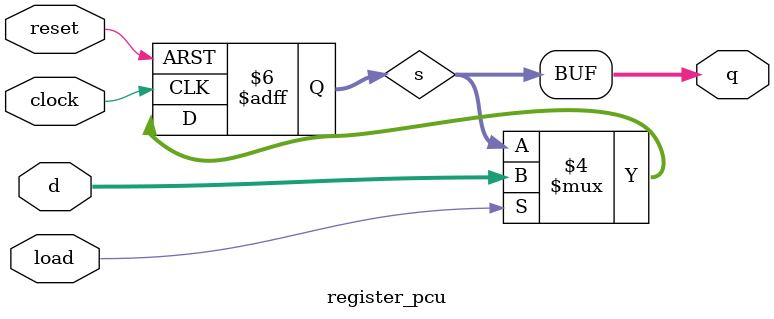
<source format=v>
module register_pcu(
    input  reset,
    input  clock,
    input  load,
    input  [3:0] d,
    output [3:0] q
);

    reg [3:0] s;
    
    always @(posedge clock or negedge reset)
    begin
        if (!reset)
        begin
            s <= 4'b0;
        end 
        else if(load)
        begin
            s <= d;
        end
        else
        begin
            s <= s;
        end
    end
    
    assign q = s;

endmodule
</source>
